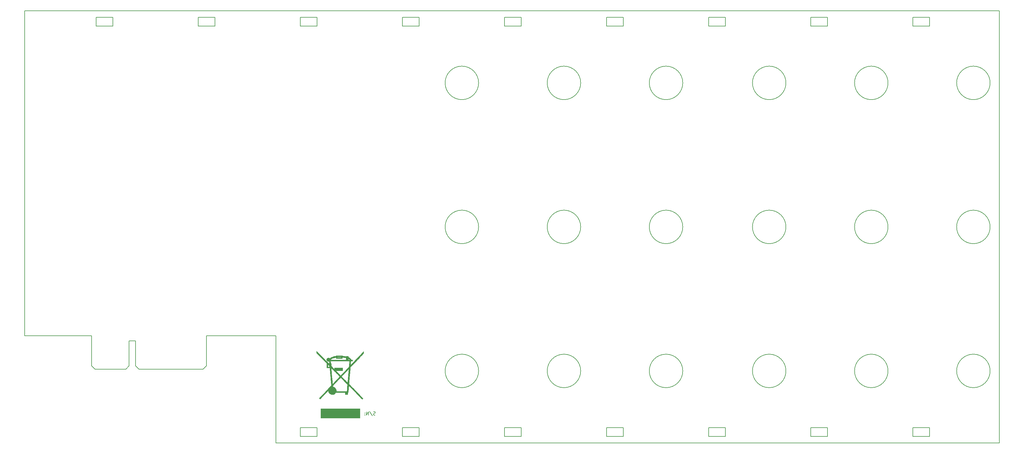
<source format=gbr>
G04 #@! TF.GenerationSoftware,KiCad,Pcbnew,6.0.7-f9a2dced07~116~ubuntu22.04.1*
G04 #@! TF.CreationDate,2023-04-06T14:06:25+01:00*
G04 #@! TF.ProjectId,hiltop_backplane_brd,68696c74-6f70-45f6-9261-636b706c616e,A*
G04 #@! TF.SameCoordinates,Original*
G04 #@! TF.FileFunction,Legend,Bot*
G04 #@! TF.FilePolarity,Positive*
%FSLAX46Y46*%
G04 Gerber Fmt 4.6, Leading zero omitted, Abs format (unit mm)*
G04 Created by KiCad (PCBNEW 6.0.7-f9a2dced07~116~ubuntu22.04.1) date 2023-04-06 14:06:25*
%MOMM*%
%LPD*%
G01*
G04 APERTURE LIST*
G04 #@! TA.AperFunction,Profile*
%ADD10C,0.150000*%
G04 #@! TD*
%ADD11C,0.200000*%
%ADD12C,0.010000*%
G04 APERTURE END LIST*
D10*
X179840000Y-50700000D02*
G75*
G03*
X179840000Y-50700000I-5000000J0D01*
G01*
X210320000Y-50700000D02*
G75*
G03*
X210320000Y-50700000I-5000000J0D01*
G01*
X240800000Y-50700000D02*
G75*
G03*
X240800000Y-50700000I-5000000J0D01*
G01*
X210320000Y-93700000D02*
G75*
G03*
X210320000Y-93700000I-5000000J0D01*
G01*
X240800000Y-93700000D02*
G75*
G03*
X240800000Y-93700000I-5000000J0D01*
G01*
X179840000Y-136700000D02*
G75*
G03*
X179840000Y-136700000I-5000000J0D01*
G01*
X210320000Y-136700000D02*
G75*
G03*
X210320000Y-136700000I-5000000J0D01*
G01*
X240800000Y-136700000D02*
G75*
G03*
X240800000Y-136700000I-5000000J0D01*
G01*
X179840000Y-93700000D02*
G75*
G03*
X179840000Y-93700000I-5000000J0D01*
G01*
X248500000Y-31150000D02*
X248500000Y-33750000D01*
X284000000Y-33750000D02*
X284000000Y-31150000D01*
X271600000Y-136700000D02*
G75*
G03*
X271600000Y-136700000I-5000000J0D01*
G01*
X65300000Y-136200000D02*
X74500000Y-136200000D01*
X75500000Y-135200000D02*
X75500000Y-127700000D01*
X248500000Y-33750000D02*
X253500000Y-33750000D01*
X131600000Y-156250000D02*
X131600000Y-153650000D01*
X157100000Y-31150000D02*
X157100000Y-33750000D01*
X131600000Y-153650000D02*
X126600000Y-153650000D01*
X192550000Y-153650000D02*
X187550000Y-153650000D01*
X65650000Y-33750000D02*
X70650000Y-33750000D01*
X162100000Y-31150000D02*
X157100000Y-31150000D01*
X101150000Y-33750000D02*
X101150000Y-31150000D01*
X126600000Y-156250000D02*
X131600000Y-156250000D01*
X162100000Y-156250000D02*
X162100000Y-153650000D01*
X279000000Y-31150000D02*
X279000000Y-33750000D01*
X126600000Y-31150000D02*
X126600000Y-33750000D01*
X96150000Y-31150000D02*
X96150000Y-33750000D01*
X98600000Y-126200000D02*
X119300000Y-126200000D01*
X131600000Y-31150000D02*
X126600000Y-31150000D01*
X223050000Y-153650000D02*
X218050000Y-153650000D01*
X192550000Y-33750000D02*
X192550000Y-31150000D01*
X309450000Y-153650000D02*
X309450000Y-156250000D01*
X284000000Y-153650000D02*
X279000000Y-153650000D01*
X70650000Y-31150000D02*
X65650000Y-31150000D01*
X162100000Y-33750000D02*
X162100000Y-31150000D01*
X302080000Y-136700000D02*
G75*
G03*
X302080000Y-136700000I-5000000J0D01*
G01*
X309450000Y-156250000D02*
X314450000Y-156250000D01*
X284000000Y-156250000D02*
X284000000Y-153650000D01*
X248500000Y-156250000D02*
X253500000Y-156250000D01*
X157100000Y-156250000D02*
X162100000Y-156250000D01*
X248500000Y-153650000D02*
X248500000Y-156250000D01*
X218050000Y-156250000D02*
X223050000Y-156250000D01*
X218050000Y-31150000D02*
X218050000Y-33750000D01*
X162100000Y-153650000D02*
X157100000Y-153650000D01*
X332560000Y-93700000D02*
G75*
G03*
X332560000Y-93700000I-5000000J0D01*
G01*
X75500000Y-135200000D02*
X74500000Y-136200000D01*
X126600000Y-153650000D02*
X126600000Y-156250000D01*
X314450000Y-153650000D02*
X309450000Y-153650000D01*
X97600000Y-136200000D02*
X98600000Y-135200000D01*
X157100000Y-33750000D02*
X162100000Y-33750000D01*
X332560000Y-50700000D02*
G75*
G03*
X332560000Y-50700000I-5000000J0D01*
G01*
X70650000Y-33750000D02*
X70650000Y-31150000D01*
X223050000Y-156250000D02*
X223050000Y-153650000D01*
X271600000Y-50700000D02*
G75*
G03*
X271600000Y-50700000I-5000000J0D01*
G01*
X65650000Y-31150000D02*
X65650000Y-33750000D01*
X192550000Y-31150000D02*
X187550000Y-31150000D01*
X302080000Y-93700000D02*
G75*
G03*
X302080000Y-93700000I-5000000J0D01*
G01*
X187550000Y-153650000D02*
X187550000Y-156250000D01*
X44300000Y-29200000D02*
X335300000Y-29200000D01*
X131600000Y-33750000D02*
X131600000Y-31150000D01*
X96150000Y-33750000D02*
X101150000Y-33750000D01*
X187550000Y-33750000D02*
X192550000Y-33750000D01*
X64300000Y-135200000D02*
X64300000Y-126200000D01*
X314500000Y-31150000D02*
X309500000Y-31150000D01*
X218050000Y-153650000D02*
X218050000Y-156250000D01*
X271600000Y-93700000D02*
G75*
G03*
X271600000Y-93700000I-5000000J0D01*
G01*
X253500000Y-33750000D02*
X253500000Y-31150000D01*
X279000000Y-156250000D02*
X284000000Y-156250000D01*
X332560000Y-136700000D02*
G75*
G03*
X332560000Y-136700000I-5000000J0D01*
G01*
X77400000Y-135200000D02*
X78400000Y-136200000D01*
X119300000Y-136200000D02*
X119300000Y-158200000D01*
X309500000Y-31150000D02*
X309500000Y-33750000D01*
X44300000Y-126200000D02*
X44300000Y-29200000D01*
X218050000Y-33750000D02*
X223050000Y-33750000D01*
X314450000Y-156250000D02*
X314450000Y-153650000D01*
X284000000Y-31150000D02*
X279000000Y-31150000D01*
X119300000Y-126200000D02*
X119300000Y-136200000D01*
X78400000Y-136200000D02*
X97600000Y-136200000D01*
X279000000Y-153650000D02*
X279000000Y-156250000D01*
X279000000Y-33750000D02*
X284000000Y-33750000D01*
X253500000Y-153650000D02*
X248500000Y-153650000D01*
X64300000Y-135200000D02*
X65300000Y-136200000D01*
X187550000Y-156250000D02*
X192550000Y-156250000D01*
X75500000Y-127700000D02*
X77400000Y-127700000D01*
X101150000Y-31150000D02*
X96150000Y-31150000D01*
X192550000Y-156250000D02*
X192550000Y-153650000D01*
X253500000Y-31150000D02*
X248500000Y-31150000D01*
X126600000Y-33750000D02*
X131600000Y-33750000D01*
X98600000Y-135200000D02*
X98600000Y-127700000D01*
X335300000Y-29200000D02*
X335300000Y-158200000D01*
X187550000Y-31150000D02*
X187550000Y-33750000D01*
X302080000Y-50700000D02*
G75*
G03*
X302080000Y-50700000I-5000000J0D01*
G01*
X157100000Y-153650000D02*
X157100000Y-156250000D01*
X223050000Y-31150000D02*
X218050000Y-31150000D01*
X98600000Y-127700000D02*
X98600000Y-126200000D01*
X335300000Y-158200000D02*
X119300000Y-158200000D01*
X309500000Y-33750000D02*
X314500000Y-33750000D01*
X253500000Y-156250000D02*
X253500000Y-153650000D01*
X77400000Y-127700000D02*
X77400000Y-135200000D01*
X314500000Y-33750000D02*
X314500000Y-31150000D01*
X64300000Y-126200000D02*
X44300000Y-126200000D01*
X223050000Y-33750000D02*
X223050000Y-31150000D01*
D11*
X148991428Y-149824761D02*
X148848571Y-149872380D01*
X148610476Y-149872380D01*
X148515238Y-149824761D01*
X148467619Y-149777142D01*
X148420000Y-149681904D01*
X148420000Y-149586666D01*
X148467619Y-149491428D01*
X148515238Y-149443809D01*
X148610476Y-149396190D01*
X148800952Y-149348571D01*
X148896190Y-149300952D01*
X148943809Y-149253333D01*
X148991428Y-149158095D01*
X148991428Y-149062857D01*
X148943809Y-148967619D01*
X148896190Y-148920000D01*
X148800952Y-148872380D01*
X148562857Y-148872380D01*
X148420000Y-148920000D01*
X147277142Y-148824761D02*
X148134285Y-150110476D01*
X146943809Y-149872380D02*
X146943809Y-148872380D01*
X146372380Y-149872380D01*
X146372380Y-148872380D01*
X145896190Y-149777142D02*
X145848571Y-149824761D01*
X145896190Y-149872380D01*
X145943809Y-149824761D01*
X145896190Y-149777142D01*
X145896190Y-149872380D01*
X145896190Y-149253333D02*
X145848571Y-149300952D01*
X145896190Y-149348571D01*
X145943809Y-149300952D01*
X145896190Y-149253333D01*
X145896190Y-149348571D01*
G36*
X144371147Y-150793443D02*
G01*
X132712131Y-150793443D01*
X132712131Y-147920328D01*
X144371147Y-147920328D01*
X144371147Y-150793443D01*
G37*
D12*
X144371147Y-150793443D02*
X132712131Y-150793443D01*
X132712131Y-147920328D01*
X144371147Y-147920328D01*
X144371147Y-150793443D01*
G36*
X141850091Y-133384600D02*
G01*
X141981399Y-133388197D01*
X142205901Y-133388197D01*
X142205901Y-133762951D01*
X141677616Y-133762951D01*
X141628290Y-134351669D01*
X141621668Y-134432155D01*
X141606238Y-134633636D01*
X141595339Y-134797583D01*
X141589911Y-134908857D01*
X141590897Y-134952318D01*
X141605247Y-134939825D01*
X141670724Y-134874698D01*
X141783918Y-134759266D01*
X141939102Y-134599513D01*
X142130548Y-134401423D01*
X142352528Y-134170980D01*
X142599313Y-133914167D01*
X142865174Y-133636968D01*
X143144385Y-133345368D01*
X143431216Y-133045350D01*
X143719940Y-132742899D01*
X144004827Y-132443997D01*
X144280151Y-132154629D01*
X144540182Y-131880779D01*
X144779193Y-131628430D01*
X144991456Y-131403567D01*
X145171241Y-131212173D01*
X145492482Y-130869017D01*
X145493946Y-131161336D01*
X145495409Y-131453656D01*
X143506746Y-133545079D01*
X141518082Y-135636502D01*
X141478329Y-136113182D01*
X141319274Y-138020464D01*
X141291163Y-138358749D01*
X141256282Y-138782025D01*
X141224089Y-139176604D01*
X141195201Y-139534732D01*
X141170233Y-139848654D01*
X141149800Y-140110614D01*
X141134519Y-140312856D01*
X141125004Y-140447624D01*
X141121872Y-140507164D01*
X141130140Y-140534446D01*
X141167297Y-140593359D01*
X141237766Y-140682146D01*
X141271775Y-140720953D01*
X141345300Y-140804854D01*
X141493649Y-140965527D01*
X141686567Y-141168210D01*
X141927805Y-141416949D01*
X142221114Y-141715789D01*
X142570246Y-142068775D01*
X142799924Y-142300405D01*
X143120099Y-142623490D01*
X143439151Y-142945639D01*
X143747489Y-143257160D01*
X144035520Y-143548357D01*
X144293655Y-143809536D01*
X144512301Y-144031002D01*
X144681866Y-144203062D01*
X145346520Y-144878477D01*
X145225797Y-145004485D01*
X145197326Y-145032875D01*
X145113331Y-145102590D01*
X145055709Y-145130492D01*
X145010596Y-145106672D01*
X144926723Y-145035191D01*
X144826171Y-144932705D01*
X144764966Y-144867973D01*
X144650824Y-144749767D01*
X144489504Y-144583969D01*
X144286701Y-144376395D01*
X144048113Y-144132858D01*
X143779435Y-143859174D01*
X143486366Y-143561158D01*
X143174601Y-143244624D01*
X142849838Y-142915388D01*
X141053678Y-141095857D01*
X140980512Y-142040961D01*
X140964563Y-142242684D01*
X140941271Y-142513846D01*
X140920263Y-142719229D01*
X140899983Y-142869629D01*
X140878873Y-142975842D01*
X140855376Y-143048663D01*
X140827935Y-143098888D01*
X140789530Y-143169083D01*
X140757929Y-143298131D01*
X140748524Y-143484052D01*
X140748524Y-143756394D01*
X139999016Y-143756394D01*
X139999016Y-143173443D01*
X137198859Y-143173443D01*
X137036999Y-143357326D01*
X136992733Y-143405209D01*
X136752825Y-143597578D01*
X136481760Y-143716006D01*
X136188258Y-143756394D01*
X135929274Y-143734981D01*
X135636345Y-143644713D01*
X135385579Y-143483379D01*
X135336705Y-143437270D01*
X135214564Y-143288003D01*
X135107402Y-143114120D01*
X135030557Y-142942724D01*
X134999368Y-142800923D01*
X134998765Y-142780339D01*
X134994279Y-142704912D01*
X134982549Y-142652812D01*
X134958011Y-142628160D01*
X134915099Y-142635074D01*
X134848246Y-142677673D01*
X134751889Y-142760077D01*
X134620461Y-142886405D01*
X134448397Y-143060777D01*
X134230131Y-143287311D01*
X133960097Y-143570127D01*
X133816262Y-143721091D01*
X133575835Y-143973854D01*
X133348366Y-144213493D01*
X133142771Y-144430590D01*
X132967961Y-144615725D01*
X132832853Y-144759483D01*
X132746360Y-144852444D01*
X132509934Y-145109672D01*
X132363806Y-144963935D01*
X132217678Y-144818197D01*
X134025168Y-142923607D01*
X134139134Y-142804065D01*
X134544594Y-142377161D01*
X134892648Y-142007872D01*
X135184339Y-141695052D01*
X135420711Y-141437555D01*
X135587854Y-141250934D01*
X136272194Y-141250934D01*
X136277575Y-141294845D01*
X136278514Y-141299433D01*
X136323360Y-141403444D01*
X136412936Y-141451907D01*
X136689049Y-141555224D01*
X136935054Y-141727340D01*
X137128538Y-141955012D01*
X137261144Y-142228289D01*
X137324511Y-142537218D01*
X137345500Y-142798689D01*
X140489660Y-142798689D01*
X140511581Y-142705000D01*
X140515459Y-142682008D01*
X140527509Y-142579193D01*
X140543953Y-142412955D01*
X140563567Y-142196538D01*
X140585132Y-141943183D01*
X140607424Y-141666132D01*
X140681346Y-140720953D01*
X139684931Y-139709083D01*
X139502170Y-139524100D01*
X139278557Y-139299529D01*
X139077947Y-139100029D01*
X138907380Y-138932500D01*
X138773892Y-138803842D01*
X138684522Y-138720955D01*
X138646307Y-138690741D01*
X138620681Y-138705177D01*
X138544357Y-138770863D01*
X138429493Y-138880586D01*
X138286364Y-139024452D01*
X138125246Y-139192566D01*
X138083215Y-139237151D01*
X137894758Y-139436582D01*
X137670190Y-139673648D01*
X137426419Y-139930527D01*
X137180354Y-140189399D01*
X136948902Y-140432441D01*
X136934998Y-140447026D01*
X136719816Y-140673451D01*
X136555619Y-140848783D01*
X136435916Y-140981360D01*
X136354215Y-141079524D01*
X136304022Y-141151614D01*
X136278846Y-141205971D01*
X136272194Y-141250934D01*
X135587854Y-141250934D01*
X135602807Y-141234238D01*
X135731670Y-141083953D01*
X135808343Y-140985556D01*
X135833870Y-140937902D01*
X135833873Y-140937619D01*
X135830371Y-140878229D01*
X135820143Y-140745100D01*
X135803988Y-140547292D01*
X135782707Y-140293866D01*
X135757104Y-139993884D01*
X135727978Y-139656406D01*
X135696131Y-139290494D01*
X135662364Y-138905208D01*
X135627480Y-138509610D01*
X135592278Y-138112761D01*
X135557561Y-137723721D01*
X135524129Y-137351553D01*
X135492785Y-137005316D01*
X135464330Y-136694072D01*
X135439564Y-136426882D01*
X135419289Y-136212807D01*
X135404307Y-136060908D01*
X135395419Y-135980246D01*
X135377499Y-135845143D01*
X135805296Y-135845143D01*
X135810776Y-135947538D01*
X135822835Y-136119734D01*
X135840868Y-136354301D01*
X135864272Y-136643804D01*
X135892444Y-136980812D01*
X135924779Y-137357892D01*
X135960675Y-137767611D01*
X135999527Y-138202536D01*
X136029899Y-138537958D01*
X136067940Y-138953936D01*
X136103556Y-139338851D01*
X136136039Y-139685289D01*
X136164682Y-139985839D01*
X136188777Y-140233087D01*
X136207616Y-140419622D01*
X136220490Y-140538030D01*
X136226692Y-140580900D01*
X136245505Y-140567619D01*
X136314493Y-140502424D01*
X136426592Y-140390441D01*
X136574085Y-140239820D01*
X136749256Y-140058711D01*
X136944386Y-139855268D01*
X137151760Y-139637639D01*
X137363659Y-139413977D01*
X137572368Y-139192433D01*
X137770168Y-138981157D01*
X137949343Y-138788302D01*
X138102176Y-138622017D01*
X138220949Y-138490454D01*
X138297947Y-138401764D01*
X138320442Y-138370956D01*
X138922546Y-138370956D01*
X139835535Y-139283238D01*
X140058795Y-139505954D01*
X140269212Y-139714371D01*
X140432210Y-139873117D01*
X140553763Y-139987343D01*
X140639842Y-140062200D01*
X140696421Y-140102839D01*
X140729471Y-140114411D01*
X140744965Y-140102066D01*
X140748875Y-140070957D01*
X140751382Y-140020972D01*
X140760414Y-139892266D01*
X140775341Y-139696929D01*
X140795443Y-139443860D01*
X140820004Y-139141961D01*
X140848306Y-138800131D01*
X140879631Y-138427272D01*
X140913262Y-138032283D01*
X140942951Y-137684157D01*
X140973888Y-137317490D01*
X141001629Y-136984563D01*
X141025506Y-136693580D01*
X141044853Y-136452746D01*
X141059005Y-136270265D01*
X141067296Y-136154342D01*
X141069059Y-136113182D01*
X141067662Y-136113956D01*
X141028339Y-136151847D01*
X140940986Y-136240755D01*
X140813297Y-136372615D01*
X140652966Y-136539364D01*
X140467687Y-136732937D01*
X140265156Y-136945270D01*
X140053065Y-137168299D01*
X139839109Y-137393959D01*
X139630982Y-137614188D01*
X139436379Y-137820919D01*
X139262994Y-138006090D01*
X138928945Y-138364098D01*
X138922546Y-138370956D01*
X138320442Y-138370956D01*
X138325450Y-138364098D01*
X138298489Y-138327596D01*
X138220105Y-138240225D01*
X138097581Y-138109514D01*
X137938206Y-137942829D01*
X137749276Y-137747539D01*
X137538081Y-137531011D01*
X137311914Y-137300613D01*
X137078067Y-137063714D01*
X136843834Y-136827679D01*
X136616505Y-136599878D01*
X136403375Y-136387677D01*
X136211734Y-136198446D01*
X136048877Y-136039550D01*
X135922094Y-135918358D01*
X135838678Y-135842238D01*
X135805923Y-135818558D01*
X135805296Y-135845143D01*
X135377499Y-135845143D01*
X135371946Y-135803279D01*
X134460983Y-135803279D01*
X134460462Y-135470164D01*
X134794098Y-135470164D01*
X135064754Y-135470164D01*
X135088832Y-135470143D01*
X135224784Y-135467242D01*
X135298720Y-135454837D01*
X135329356Y-135426368D01*
X135335409Y-135375273D01*
X135308749Y-135300164D01*
X135217431Y-135175220D01*
X135064754Y-135012131D01*
X134794098Y-134743881D01*
X134794098Y-135470164D01*
X134460462Y-135470164D01*
X134459893Y-135105820D01*
X134458802Y-134408361D01*
X131467052Y-131368689D01*
X131465001Y-131080316D01*
X131462950Y-130791945D01*
X133257168Y-132610562D01*
X133430584Y-132786222D01*
X133790428Y-133149736D01*
X134098084Y-133458836D01*
X134357527Y-133717326D01*
X134572732Y-133929008D01*
X134747673Y-134097688D01*
X134886327Y-134227169D01*
X134992667Y-134321255D01*
X135070669Y-134383749D01*
X135124308Y-134418457D01*
X135157558Y-134429180D01*
X135213622Y-134425933D01*
X135245095Y-134402216D01*
X135250524Y-134337328D01*
X135237473Y-134210574D01*
X135228475Y-134130770D01*
X135215955Y-133997382D01*
X135210910Y-133908689D01*
X135208441Y-133878114D01*
X135184372Y-133845368D01*
X135117883Y-133834516D01*
X134988805Y-133839252D01*
X134955848Y-133841109D01*
X134823923Y-133839016D01*
X134730083Y-133810027D01*
X134663939Y-133762951D01*
X135601968Y-133762951D01*
X135615748Y-133919098D01*
X135622112Y-133989944D01*
X135641945Y-134183371D01*
X135661489Y-134310770D01*
X135684340Y-134385379D01*
X135714096Y-134420437D01*
X135754354Y-134429180D01*
X135790552Y-134435136D01*
X135814557Y-134463590D01*
X135827970Y-134529738D01*
X135833806Y-134648769D01*
X135835082Y-134835874D01*
X135835082Y-135242568D01*
X135968200Y-135375273D01*
X136293114Y-135699180D01*
X136751147Y-136155793D01*
X136751147Y-135803279D01*
X139249508Y-135803279D01*
X139249508Y-136594426D01*
X137201340Y-136594426D01*
X137895958Y-137312705D01*
X138029008Y-137449892D01*
X138212986Y-137638202D01*
X138372740Y-137800073D01*
X138499903Y-137927100D01*
X138586108Y-138010879D01*
X138622988Y-138043004D01*
X138637006Y-138034144D01*
X138702739Y-137974589D01*
X138816083Y-137864312D01*
X138970981Y-137709438D01*
X139161380Y-137516090D01*
X139381223Y-137290395D01*
X139624457Y-137038476D01*
X139885025Y-136766457D01*
X140146931Y-136491582D01*
X140403672Y-136220679D01*
X140611879Y-135998634D01*
X140776645Y-135819562D01*
X140903063Y-135677574D01*
X140996226Y-135566785D01*
X141061225Y-135481308D01*
X141103153Y-135415256D01*
X141127104Y-135362742D01*
X141138168Y-135317880D01*
X141141101Y-135296029D01*
X141154108Y-135175618D01*
X141170569Y-134998352D01*
X141188675Y-134784442D01*
X141206614Y-134554098D01*
X141212697Y-134473874D01*
X141230270Y-134257112D01*
X141247026Y-134070145D01*
X141261315Y-133930734D01*
X141271484Y-133856639D01*
X141291422Y-133762951D01*
X135601968Y-133762951D01*
X134663939Y-133762951D01*
X134637594Y-133744201D01*
X134621666Y-133730343D01*
X134491398Y-133562527D01*
X134439807Y-133388197D01*
X135568344Y-133388197D01*
X140252501Y-133388197D01*
X140956721Y-133388197D01*
X141145563Y-133388197D01*
X141202140Y-133387797D01*
X141285970Y-133380512D01*
X141310171Y-133356909D01*
X141291385Y-133307814D01*
X141285833Y-133298454D01*
X141223515Y-133226470D01*
X141133229Y-133146584D01*
X141043167Y-133081790D01*
X140981523Y-133055082D01*
X140975979Y-133059304D01*
X140962227Y-133117298D01*
X140956721Y-133221639D01*
X140956721Y-133388197D01*
X140252501Y-133388197D01*
X140240266Y-133087887D01*
X140228032Y-132787577D01*
X139978196Y-132737392D01*
X139852906Y-132714632D01*
X139643676Y-132682764D01*
X139447295Y-132658722D01*
X139166229Y-132630237D01*
X139166229Y-132971803D01*
X137250819Y-132971803D01*
X137250819Y-132670732D01*
X137011393Y-132699311D01*
X136645567Y-132760561D01*
X136277391Y-132871305D01*
X135972848Y-133025729D01*
X135726777Y-133225947D01*
X135568344Y-133388197D01*
X134439807Y-133388197D01*
X134434076Y-133368831D01*
X134451635Y-133165641D01*
X134546013Y-132969344D01*
X134555147Y-132957121D01*
X134681277Y-132851964D01*
X134845705Y-132789762D01*
X135022956Y-132773217D01*
X135187555Y-132805030D01*
X135314027Y-132887903D01*
X135356848Y-132930211D01*
X135398564Y-132940465D01*
X135458299Y-132908745D01*
X135559170Y-132829550D01*
X135590118Y-132805208D01*
X135829064Y-132651582D01*
X136112143Y-132514965D01*
X136343668Y-132430492D01*
X137583934Y-132430492D01*
X137583934Y-132638689D01*
X138833114Y-132638689D01*
X138833114Y-132430492D01*
X137583934Y-132430492D01*
X136343668Y-132430492D01*
X136412997Y-132405197D01*
X136705268Y-132332120D01*
X136962599Y-132305574D01*
X136989938Y-132305363D01*
X137141893Y-132290569D01*
X137225343Y-132249091D01*
X137250819Y-132176201D01*
X137253811Y-132153237D01*
X137270167Y-132133486D01*
X137309893Y-132119029D01*
X137382972Y-132109043D01*
X137499390Y-132102706D01*
X137669131Y-132099198D01*
X137902181Y-132097695D01*
X138208524Y-132097377D01*
X138495562Y-132097938D01*
X138739526Y-132100205D01*
X138918124Y-132104776D01*
X139040723Y-132112244D01*
X139116695Y-132123200D01*
X139155407Y-132138238D01*
X139166229Y-132157949D01*
X139201824Y-132206349D01*
X139301557Y-132237236D01*
X139339730Y-132242640D01*
X139469885Y-132261662D01*
X139643082Y-132287447D01*
X139832459Y-132316008D01*
X139936900Y-132330547D01*
X140089750Y-132346294D01*
X140197597Y-132350092D01*
X140241912Y-132340819D01*
X140249479Y-132334778D01*
X140319340Y-132319859D01*
X140445011Y-132309471D01*
X140606256Y-132305574D01*
X140956721Y-132305574D01*
X140956760Y-132430492D01*
X140956763Y-132440902D01*
X140958399Y-132483786D01*
X140979696Y-132555787D01*
X141040309Y-132616850D01*
X141158549Y-132689536D01*
X141262345Y-132755943D01*
X141420366Y-132883441D01*
X141563572Y-133026572D01*
X141673116Y-133165812D01*
X141730152Y-133281637D01*
X141744126Y-133326269D01*
X141770014Y-133356909D01*
X141778743Y-133367241D01*
X141850091Y-133384600D01*
G37*
X141850091Y-133384600D02*
X141981399Y-133388197D01*
X142205901Y-133388197D01*
X142205901Y-133762951D01*
X141677616Y-133762951D01*
X141628290Y-134351669D01*
X141621668Y-134432155D01*
X141606238Y-134633636D01*
X141595339Y-134797583D01*
X141589911Y-134908857D01*
X141590897Y-134952318D01*
X141605247Y-134939825D01*
X141670724Y-134874698D01*
X141783918Y-134759266D01*
X141939102Y-134599513D01*
X142130548Y-134401423D01*
X142352528Y-134170980D01*
X142599313Y-133914167D01*
X142865174Y-133636968D01*
X143144385Y-133345368D01*
X143431216Y-133045350D01*
X143719940Y-132742899D01*
X144004827Y-132443997D01*
X144280151Y-132154629D01*
X144540182Y-131880779D01*
X144779193Y-131628430D01*
X144991456Y-131403567D01*
X145171241Y-131212173D01*
X145492482Y-130869017D01*
X145493946Y-131161336D01*
X145495409Y-131453656D01*
X143506746Y-133545079D01*
X141518082Y-135636502D01*
X141478329Y-136113182D01*
X141319274Y-138020464D01*
X141291163Y-138358749D01*
X141256282Y-138782025D01*
X141224089Y-139176604D01*
X141195201Y-139534732D01*
X141170233Y-139848654D01*
X141149800Y-140110614D01*
X141134519Y-140312856D01*
X141125004Y-140447624D01*
X141121872Y-140507164D01*
X141130140Y-140534446D01*
X141167297Y-140593359D01*
X141237766Y-140682146D01*
X141271775Y-140720953D01*
X141345300Y-140804854D01*
X141493649Y-140965527D01*
X141686567Y-141168210D01*
X141927805Y-141416949D01*
X142221114Y-141715789D01*
X142570246Y-142068775D01*
X142799924Y-142300405D01*
X143120099Y-142623490D01*
X143439151Y-142945639D01*
X143747489Y-143257160D01*
X144035520Y-143548357D01*
X144293655Y-143809536D01*
X144512301Y-144031002D01*
X144681866Y-144203062D01*
X145346520Y-144878477D01*
X145225797Y-145004485D01*
X145197326Y-145032875D01*
X145113331Y-145102590D01*
X145055709Y-145130492D01*
X145010596Y-145106672D01*
X144926723Y-145035191D01*
X144826171Y-144932705D01*
X144764966Y-144867973D01*
X144650824Y-144749767D01*
X144489504Y-144583969D01*
X144286701Y-144376395D01*
X144048113Y-144132858D01*
X143779435Y-143859174D01*
X143486366Y-143561158D01*
X143174601Y-143244624D01*
X142849838Y-142915388D01*
X141053678Y-141095857D01*
X140980512Y-142040961D01*
X140964563Y-142242684D01*
X140941271Y-142513846D01*
X140920263Y-142719229D01*
X140899983Y-142869629D01*
X140878873Y-142975842D01*
X140855376Y-143048663D01*
X140827935Y-143098888D01*
X140789530Y-143169083D01*
X140757929Y-143298131D01*
X140748524Y-143484052D01*
X140748524Y-143756394D01*
X139999016Y-143756394D01*
X139999016Y-143173443D01*
X137198859Y-143173443D01*
X137036999Y-143357326D01*
X136992733Y-143405209D01*
X136752825Y-143597578D01*
X136481760Y-143716006D01*
X136188258Y-143756394D01*
X135929274Y-143734981D01*
X135636345Y-143644713D01*
X135385579Y-143483379D01*
X135336705Y-143437270D01*
X135214564Y-143288003D01*
X135107402Y-143114120D01*
X135030557Y-142942724D01*
X134999368Y-142800923D01*
X134998765Y-142780339D01*
X134994279Y-142704912D01*
X134982549Y-142652812D01*
X134958011Y-142628160D01*
X134915099Y-142635074D01*
X134848246Y-142677673D01*
X134751889Y-142760077D01*
X134620461Y-142886405D01*
X134448397Y-143060777D01*
X134230131Y-143287311D01*
X133960097Y-143570127D01*
X133816262Y-143721091D01*
X133575835Y-143973854D01*
X133348366Y-144213493D01*
X133142771Y-144430590D01*
X132967961Y-144615725D01*
X132832853Y-144759483D01*
X132746360Y-144852444D01*
X132509934Y-145109672D01*
X132363806Y-144963935D01*
X132217678Y-144818197D01*
X134025168Y-142923607D01*
X134139134Y-142804065D01*
X134544594Y-142377161D01*
X134892648Y-142007872D01*
X135184339Y-141695052D01*
X135420711Y-141437555D01*
X135587854Y-141250934D01*
X136272194Y-141250934D01*
X136277575Y-141294845D01*
X136278514Y-141299433D01*
X136323360Y-141403444D01*
X136412936Y-141451907D01*
X136689049Y-141555224D01*
X136935054Y-141727340D01*
X137128538Y-141955012D01*
X137261144Y-142228289D01*
X137324511Y-142537218D01*
X137345500Y-142798689D01*
X140489660Y-142798689D01*
X140511581Y-142705000D01*
X140515459Y-142682008D01*
X140527509Y-142579193D01*
X140543953Y-142412955D01*
X140563567Y-142196538D01*
X140585132Y-141943183D01*
X140607424Y-141666132D01*
X140681346Y-140720953D01*
X139684931Y-139709083D01*
X139502170Y-139524100D01*
X139278557Y-139299529D01*
X139077947Y-139100029D01*
X138907380Y-138932500D01*
X138773892Y-138803842D01*
X138684522Y-138720955D01*
X138646307Y-138690741D01*
X138620681Y-138705177D01*
X138544357Y-138770863D01*
X138429493Y-138880586D01*
X138286364Y-139024452D01*
X138125246Y-139192566D01*
X138083215Y-139237151D01*
X137894758Y-139436582D01*
X137670190Y-139673648D01*
X137426419Y-139930527D01*
X137180354Y-140189399D01*
X136948902Y-140432441D01*
X136934998Y-140447026D01*
X136719816Y-140673451D01*
X136555619Y-140848783D01*
X136435916Y-140981360D01*
X136354215Y-141079524D01*
X136304022Y-141151614D01*
X136278846Y-141205971D01*
X136272194Y-141250934D01*
X135587854Y-141250934D01*
X135602807Y-141234238D01*
X135731670Y-141083953D01*
X135808343Y-140985556D01*
X135833870Y-140937902D01*
X135833873Y-140937619D01*
X135830371Y-140878229D01*
X135820143Y-140745100D01*
X135803988Y-140547292D01*
X135782707Y-140293866D01*
X135757104Y-139993884D01*
X135727978Y-139656406D01*
X135696131Y-139290494D01*
X135662364Y-138905208D01*
X135627480Y-138509610D01*
X135592278Y-138112761D01*
X135557561Y-137723721D01*
X135524129Y-137351553D01*
X135492785Y-137005316D01*
X135464330Y-136694072D01*
X135439564Y-136426882D01*
X135419289Y-136212807D01*
X135404307Y-136060908D01*
X135395419Y-135980246D01*
X135377499Y-135845143D01*
X135805296Y-135845143D01*
X135810776Y-135947538D01*
X135822835Y-136119734D01*
X135840868Y-136354301D01*
X135864272Y-136643804D01*
X135892444Y-136980812D01*
X135924779Y-137357892D01*
X135960675Y-137767611D01*
X135999527Y-138202536D01*
X136029899Y-138537958D01*
X136067940Y-138953936D01*
X136103556Y-139338851D01*
X136136039Y-139685289D01*
X136164682Y-139985839D01*
X136188777Y-140233087D01*
X136207616Y-140419622D01*
X136220490Y-140538030D01*
X136226692Y-140580900D01*
X136245505Y-140567619D01*
X136314493Y-140502424D01*
X136426592Y-140390441D01*
X136574085Y-140239820D01*
X136749256Y-140058711D01*
X136944386Y-139855268D01*
X137151760Y-139637639D01*
X137363659Y-139413977D01*
X137572368Y-139192433D01*
X137770168Y-138981157D01*
X137949343Y-138788302D01*
X138102176Y-138622017D01*
X138220949Y-138490454D01*
X138297947Y-138401764D01*
X138320442Y-138370956D01*
X138922546Y-138370956D01*
X139835535Y-139283238D01*
X140058795Y-139505954D01*
X140269212Y-139714371D01*
X140432210Y-139873117D01*
X140553763Y-139987343D01*
X140639842Y-140062200D01*
X140696421Y-140102839D01*
X140729471Y-140114411D01*
X140744965Y-140102066D01*
X140748875Y-140070957D01*
X140751382Y-140020972D01*
X140760414Y-139892266D01*
X140775341Y-139696929D01*
X140795443Y-139443860D01*
X140820004Y-139141961D01*
X140848306Y-138800131D01*
X140879631Y-138427272D01*
X140913262Y-138032283D01*
X140942951Y-137684157D01*
X140973888Y-137317490D01*
X141001629Y-136984563D01*
X141025506Y-136693580D01*
X141044853Y-136452746D01*
X141059005Y-136270265D01*
X141067296Y-136154342D01*
X141069059Y-136113182D01*
X141067662Y-136113956D01*
X141028339Y-136151847D01*
X140940986Y-136240755D01*
X140813297Y-136372615D01*
X140652966Y-136539364D01*
X140467687Y-136732937D01*
X140265156Y-136945270D01*
X140053065Y-137168299D01*
X139839109Y-137393959D01*
X139630982Y-137614188D01*
X139436379Y-137820919D01*
X139262994Y-138006090D01*
X138928945Y-138364098D01*
X138922546Y-138370956D01*
X138320442Y-138370956D01*
X138325450Y-138364098D01*
X138298489Y-138327596D01*
X138220105Y-138240225D01*
X138097581Y-138109514D01*
X137938206Y-137942829D01*
X137749276Y-137747539D01*
X137538081Y-137531011D01*
X137311914Y-137300613D01*
X137078067Y-137063714D01*
X136843834Y-136827679D01*
X136616505Y-136599878D01*
X136403375Y-136387677D01*
X136211734Y-136198446D01*
X136048877Y-136039550D01*
X135922094Y-135918358D01*
X135838678Y-135842238D01*
X135805923Y-135818558D01*
X135805296Y-135845143D01*
X135377499Y-135845143D01*
X135371946Y-135803279D01*
X134460983Y-135803279D01*
X134460462Y-135470164D01*
X134794098Y-135470164D01*
X135064754Y-135470164D01*
X135088832Y-135470143D01*
X135224784Y-135467242D01*
X135298720Y-135454837D01*
X135329356Y-135426368D01*
X135335409Y-135375273D01*
X135308749Y-135300164D01*
X135217431Y-135175220D01*
X135064754Y-135012131D01*
X134794098Y-134743881D01*
X134794098Y-135470164D01*
X134460462Y-135470164D01*
X134459893Y-135105820D01*
X134458802Y-134408361D01*
X131467052Y-131368689D01*
X131465001Y-131080316D01*
X131462950Y-130791945D01*
X133257168Y-132610562D01*
X133430584Y-132786222D01*
X133790428Y-133149736D01*
X134098084Y-133458836D01*
X134357527Y-133717326D01*
X134572732Y-133929008D01*
X134747673Y-134097688D01*
X134886327Y-134227169D01*
X134992667Y-134321255D01*
X135070669Y-134383749D01*
X135124308Y-134418457D01*
X135157558Y-134429180D01*
X135213622Y-134425933D01*
X135245095Y-134402216D01*
X135250524Y-134337328D01*
X135237473Y-134210574D01*
X135228475Y-134130770D01*
X135215955Y-133997382D01*
X135210910Y-133908689D01*
X135208441Y-133878114D01*
X135184372Y-133845368D01*
X135117883Y-133834516D01*
X134988805Y-133839252D01*
X134955848Y-133841109D01*
X134823923Y-133839016D01*
X134730083Y-133810027D01*
X134663939Y-133762951D01*
X135601968Y-133762951D01*
X135615748Y-133919098D01*
X135622112Y-133989944D01*
X135641945Y-134183371D01*
X135661489Y-134310770D01*
X135684340Y-134385379D01*
X135714096Y-134420437D01*
X135754354Y-134429180D01*
X135790552Y-134435136D01*
X135814557Y-134463590D01*
X135827970Y-134529738D01*
X135833806Y-134648769D01*
X135835082Y-134835874D01*
X135835082Y-135242568D01*
X135968200Y-135375273D01*
X136293114Y-135699180D01*
X136751147Y-136155793D01*
X136751147Y-135803279D01*
X139249508Y-135803279D01*
X139249508Y-136594426D01*
X137201340Y-136594426D01*
X137895958Y-137312705D01*
X138029008Y-137449892D01*
X138212986Y-137638202D01*
X138372740Y-137800073D01*
X138499903Y-137927100D01*
X138586108Y-138010879D01*
X138622988Y-138043004D01*
X138637006Y-138034144D01*
X138702739Y-137974589D01*
X138816083Y-137864312D01*
X138970981Y-137709438D01*
X139161380Y-137516090D01*
X139381223Y-137290395D01*
X139624457Y-137038476D01*
X139885025Y-136766457D01*
X140146931Y-136491582D01*
X140403672Y-136220679D01*
X140611879Y-135998634D01*
X140776645Y-135819562D01*
X140903063Y-135677574D01*
X140996226Y-135566785D01*
X141061225Y-135481308D01*
X141103153Y-135415256D01*
X141127104Y-135362742D01*
X141138168Y-135317880D01*
X141141101Y-135296029D01*
X141154108Y-135175618D01*
X141170569Y-134998352D01*
X141188675Y-134784442D01*
X141206614Y-134554098D01*
X141212697Y-134473874D01*
X141230270Y-134257112D01*
X141247026Y-134070145D01*
X141261315Y-133930734D01*
X141271484Y-133856639D01*
X141291422Y-133762951D01*
X135601968Y-133762951D01*
X134663939Y-133762951D01*
X134637594Y-133744201D01*
X134621666Y-133730343D01*
X134491398Y-133562527D01*
X134439807Y-133388197D01*
X135568344Y-133388197D01*
X140252501Y-133388197D01*
X140956721Y-133388197D01*
X141145563Y-133388197D01*
X141202140Y-133387797D01*
X141285970Y-133380512D01*
X141310171Y-133356909D01*
X141291385Y-133307814D01*
X141285833Y-133298454D01*
X141223515Y-133226470D01*
X141133229Y-133146584D01*
X141043167Y-133081790D01*
X140981523Y-133055082D01*
X140975979Y-133059304D01*
X140962227Y-133117298D01*
X140956721Y-133221639D01*
X140956721Y-133388197D01*
X140252501Y-133388197D01*
X140240266Y-133087887D01*
X140228032Y-132787577D01*
X139978196Y-132737392D01*
X139852906Y-132714632D01*
X139643676Y-132682764D01*
X139447295Y-132658722D01*
X139166229Y-132630237D01*
X139166229Y-132971803D01*
X137250819Y-132971803D01*
X137250819Y-132670732D01*
X137011393Y-132699311D01*
X136645567Y-132760561D01*
X136277391Y-132871305D01*
X135972848Y-133025729D01*
X135726777Y-133225947D01*
X135568344Y-133388197D01*
X134439807Y-133388197D01*
X134434076Y-133368831D01*
X134451635Y-133165641D01*
X134546013Y-132969344D01*
X134555147Y-132957121D01*
X134681277Y-132851964D01*
X134845705Y-132789762D01*
X135022956Y-132773217D01*
X135187555Y-132805030D01*
X135314027Y-132887903D01*
X135356848Y-132930211D01*
X135398564Y-132940465D01*
X135458299Y-132908745D01*
X135559170Y-132829550D01*
X135590118Y-132805208D01*
X135829064Y-132651582D01*
X136112143Y-132514965D01*
X136343668Y-132430492D01*
X137583934Y-132430492D01*
X137583934Y-132638689D01*
X138833114Y-132638689D01*
X138833114Y-132430492D01*
X137583934Y-132430492D01*
X136343668Y-132430492D01*
X136412997Y-132405197D01*
X136705268Y-132332120D01*
X136962599Y-132305574D01*
X136989938Y-132305363D01*
X137141893Y-132290569D01*
X137225343Y-132249091D01*
X137250819Y-132176201D01*
X137253811Y-132153237D01*
X137270167Y-132133486D01*
X137309893Y-132119029D01*
X137382972Y-132109043D01*
X137499390Y-132102706D01*
X137669131Y-132099198D01*
X137902181Y-132097695D01*
X138208524Y-132097377D01*
X138495562Y-132097938D01*
X138739526Y-132100205D01*
X138918124Y-132104776D01*
X139040723Y-132112244D01*
X139116695Y-132123200D01*
X139155407Y-132138238D01*
X139166229Y-132157949D01*
X139201824Y-132206349D01*
X139301557Y-132237236D01*
X139339730Y-132242640D01*
X139469885Y-132261662D01*
X139643082Y-132287447D01*
X139832459Y-132316008D01*
X139936900Y-132330547D01*
X140089750Y-132346294D01*
X140197597Y-132350092D01*
X140241912Y-132340819D01*
X140249479Y-132334778D01*
X140319340Y-132319859D01*
X140445011Y-132309471D01*
X140606256Y-132305574D01*
X140956721Y-132305574D01*
X140956760Y-132430492D01*
X140956763Y-132440902D01*
X140958399Y-132483786D01*
X140979696Y-132555787D01*
X141040309Y-132616850D01*
X141158549Y-132689536D01*
X141262345Y-132755943D01*
X141420366Y-132883441D01*
X141563572Y-133026572D01*
X141673116Y-133165812D01*
X141730152Y-133281637D01*
X141744126Y-133326269D01*
X141770014Y-133356909D01*
X141778743Y-133367241D01*
X141850091Y-133384600D01*
M02*

</source>
